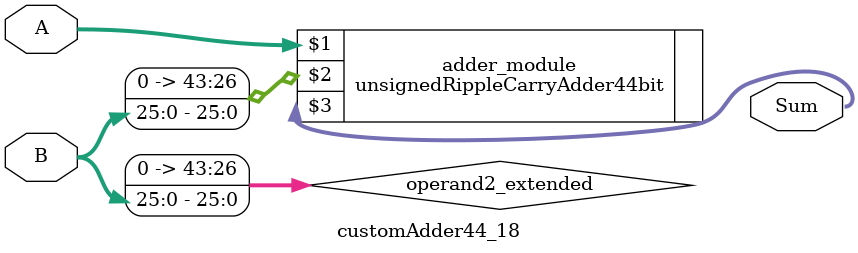
<source format=v>
module customAdder44_18(
                        input [43 : 0] A,
                        input [25 : 0] B,
                        
                        output [44 : 0] Sum
                );

        wire [43 : 0] operand2_extended;
        
        assign operand2_extended =  {18'b0, B};
        
        unsignedRippleCarryAdder44bit adder_module(
            A,
            operand2_extended,
            Sum
        );
        
        endmodule
        
</source>
